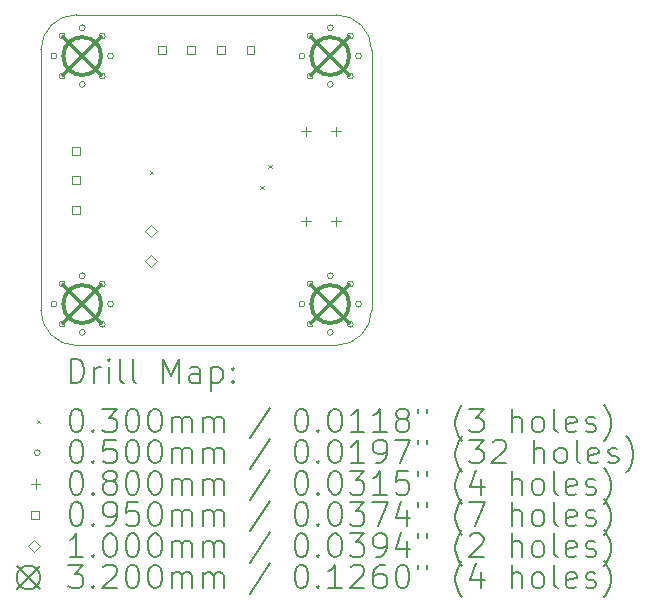
<source format=gbr>
%TF.GenerationSoftware,KiCad,Pcbnew,(6.0.8)*%
%TF.CreationDate,2023-04-18T11:51:28+02:00*%
%TF.ProjectId,ENCODER,454e434f-4445-4522-9e6b-696361645f70,1.0*%
%TF.SameCoordinates,Original*%
%TF.FileFunction,Drillmap*%
%TF.FilePolarity,Positive*%
%FSLAX45Y45*%
G04 Gerber Fmt 4.5, Leading zero omitted, Abs format (unit mm)*
G04 Created by KiCad (PCBNEW (6.0.8)) date 2023-04-18 11:51:28*
%MOMM*%
%LPD*%
G01*
G04 APERTURE LIST*
%ADD10C,0.100000*%
%ADD11C,0.200000*%
%ADD12C,0.030000*%
%ADD13C,0.050000*%
%ADD14C,0.080000*%
%ADD15C,0.095000*%
%ADD16C,0.320000*%
G04 APERTURE END LIST*
D10*
X11000000Y-10500000D02*
G75*
G03*
X11300000Y-10800000I300000J0D01*
G01*
X13500000Y-10800000D02*
G75*
G03*
X13800000Y-10500000I0J300000D01*
G01*
X11300000Y-8000000D02*
G75*
G03*
X11000000Y-8300000I0J-300000D01*
G01*
X13500000Y-8000000D02*
X11300000Y-8000000D01*
X13800000Y-8300000D02*
G75*
G03*
X13500000Y-8000000I-300000J0D01*
G01*
X13800000Y-10500000D02*
X13800000Y-8300000D01*
X11000000Y-8300000D02*
X11000000Y-10500000D01*
X11300000Y-10800000D02*
X13500000Y-10800000D01*
D11*
D12*
X11919720Y-9322000D02*
X11949720Y-9352000D01*
X11949720Y-9322000D02*
X11919720Y-9352000D01*
X12858100Y-9449000D02*
X12888100Y-9479000D01*
X12888100Y-9449000D02*
X12858100Y-9479000D01*
X12925000Y-9271200D02*
X12955000Y-9301200D01*
X12955000Y-9271200D02*
X12925000Y-9301200D01*
D13*
X11135000Y-8350000D02*
G75*
G03*
X11135000Y-8350000I-25000J0D01*
G01*
X11135000Y-10450000D02*
G75*
G03*
X11135000Y-10450000I-25000J0D01*
G01*
X11205294Y-8180294D02*
G75*
G03*
X11205294Y-8180294I-25000J0D01*
G01*
X11205294Y-8519706D02*
G75*
G03*
X11205294Y-8519706I-25000J0D01*
G01*
X11205294Y-10280294D02*
G75*
G03*
X11205294Y-10280294I-25000J0D01*
G01*
X11205294Y-10619706D02*
G75*
G03*
X11205294Y-10619706I-25000J0D01*
G01*
X11375000Y-8110000D02*
G75*
G03*
X11375000Y-8110000I-25000J0D01*
G01*
X11375000Y-8590000D02*
G75*
G03*
X11375000Y-8590000I-25000J0D01*
G01*
X11375000Y-10210000D02*
G75*
G03*
X11375000Y-10210000I-25000J0D01*
G01*
X11375000Y-10690000D02*
G75*
G03*
X11375000Y-10690000I-25000J0D01*
G01*
X11544706Y-8180294D02*
G75*
G03*
X11544706Y-8180294I-25000J0D01*
G01*
X11544706Y-8519706D02*
G75*
G03*
X11544706Y-8519706I-25000J0D01*
G01*
X11544706Y-10280294D02*
G75*
G03*
X11544706Y-10280294I-25000J0D01*
G01*
X11544706Y-10619706D02*
G75*
G03*
X11544706Y-10619706I-25000J0D01*
G01*
X11615000Y-8350000D02*
G75*
G03*
X11615000Y-8350000I-25000J0D01*
G01*
X11615000Y-10450000D02*
G75*
G03*
X11615000Y-10450000I-25000J0D01*
G01*
X13235000Y-8350000D02*
G75*
G03*
X13235000Y-8350000I-25000J0D01*
G01*
X13235000Y-10450000D02*
G75*
G03*
X13235000Y-10450000I-25000J0D01*
G01*
X13305294Y-8180294D02*
G75*
G03*
X13305294Y-8180294I-25000J0D01*
G01*
X13305294Y-8519706D02*
G75*
G03*
X13305294Y-8519706I-25000J0D01*
G01*
X13305294Y-10280294D02*
G75*
G03*
X13305294Y-10280294I-25000J0D01*
G01*
X13305294Y-10619706D02*
G75*
G03*
X13305294Y-10619706I-25000J0D01*
G01*
X13475000Y-8110000D02*
G75*
G03*
X13475000Y-8110000I-25000J0D01*
G01*
X13475000Y-8590000D02*
G75*
G03*
X13475000Y-8590000I-25000J0D01*
G01*
X13475000Y-10210000D02*
G75*
G03*
X13475000Y-10210000I-25000J0D01*
G01*
X13475000Y-10690000D02*
G75*
G03*
X13475000Y-10690000I-25000J0D01*
G01*
X13644706Y-8180294D02*
G75*
G03*
X13644706Y-8180294I-25000J0D01*
G01*
X13644706Y-8519706D02*
G75*
G03*
X13644706Y-8519706I-25000J0D01*
G01*
X13644706Y-10280294D02*
G75*
G03*
X13644706Y-10280294I-25000J0D01*
G01*
X13644706Y-10619706D02*
G75*
G03*
X13644706Y-10619706I-25000J0D01*
G01*
X13715000Y-8350000D02*
G75*
G03*
X13715000Y-8350000I-25000J0D01*
G01*
X13715000Y-10450000D02*
G75*
G03*
X13715000Y-10450000I-25000J0D01*
G01*
D14*
X13246000Y-8948000D02*
X13246000Y-9028000D01*
X13206000Y-8988000D02*
X13286000Y-8988000D01*
X13246000Y-9710000D02*
X13246000Y-9790000D01*
X13206000Y-9750000D02*
X13286000Y-9750000D01*
X13500000Y-8948000D02*
X13500000Y-9028000D01*
X13460000Y-8988000D02*
X13540000Y-8988000D01*
X13500000Y-9710000D02*
X13500000Y-9790000D01*
X13460000Y-9750000D02*
X13540000Y-9750000D01*
D15*
X11331088Y-9183588D02*
X11331088Y-9116412D01*
X11263912Y-9116412D01*
X11263912Y-9183588D01*
X11331088Y-9183588D01*
X11331088Y-9433588D02*
X11331088Y-9366412D01*
X11263912Y-9366412D01*
X11263912Y-9433588D01*
X11331088Y-9433588D01*
X11331088Y-9683588D02*
X11331088Y-9616412D01*
X11263912Y-9616412D01*
X11263912Y-9683588D01*
X11331088Y-9683588D01*
X12058588Y-8331088D02*
X12058588Y-8263912D01*
X11991412Y-8263912D01*
X11991412Y-8331088D01*
X12058588Y-8331088D01*
X12308588Y-8331088D02*
X12308588Y-8263912D01*
X12241412Y-8263912D01*
X12241412Y-8331088D01*
X12308588Y-8331088D01*
X12558588Y-8331088D02*
X12558588Y-8263912D01*
X12491412Y-8263912D01*
X12491412Y-8331088D01*
X12558588Y-8331088D01*
X12808588Y-8331088D02*
X12808588Y-8263912D01*
X12741412Y-8263912D01*
X12741412Y-8331088D01*
X12808588Y-8331088D01*
D10*
X11934720Y-9878800D02*
X11984720Y-9828800D01*
X11934720Y-9778800D01*
X11884720Y-9828800D01*
X11934720Y-9878800D01*
X11934720Y-10132800D02*
X11984720Y-10082800D01*
X11934720Y-10032800D01*
X11884720Y-10082800D01*
X11934720Y-10132800D01*
D16*
X11190000Y-8190000D02*
X11510000Y-8510000D01*
X11510000Y-8190000D02*
X11190000Y-8510000D01*
X11510000Y-8350000D02*
G75*
G03*
X11510000Y-8350000I-160000J0D01*
G01*
X11190000Y-10290000D02*
X11510000Y-10610000D01*
X11510000Y-10290000D02*
X11190000Y-10610000D01*
X11510000Y-10450000D02*
G75*
G03*
X11510000Y-10450000I-160000J0D01*
G01*
X13290000Y-8190000D02*
X13610000Y-8510000D01*
X13610000Y-8190000D02*
X13290000Y-8510000D01*
X13610000Y-8350000D02*
G75*
G03*
X13610000Y-8350000I-160000J0D01*
G01*
X13290000Y-10290000D02*
X13610000Y-10610000D01*
X13610000Y-10290000D02*
X13290000Y-10610000D01*
X13610000Y-10450000D02*
G75*
G03*
X13610000Y-10450000I-160000J0D01*
G01*
D11*
X11252619Y-11115476D02*
X11252619Y-10915476D01*
X11300238Y-10915476D01*
X11328809Y-10925000D01*
X11347857Y-10944048D01*
X11357381Y-10963095D01*
X11366905Y-11001190D01*
X11366905Y-11029762D01*
X11357381Y-11067857D01*
X11347857Y-11086905D01*
X11328809Y-11105952D01*
X11300238Y-11115476D01*
X11252619Y-11115476D01*
X11452619Y-11115476D02*
X11452619Y-10982143D01*
X11452619Y-11020238D02*
X11462143Y-11001190D01*
X11471667Y-10991667D01*
X11490714Y-10982143D01*
X11509762Y-10982143D01*
X11576428Y-11115476D02*
X11576428Y-10982143D01*
X11576428Y-10915476D02*
X11566905Y-10925000D01*
X11576428Y-10934524D01*
X11585952Y-10925000D01*
X11576428Y-10915476D01*
X11576428Y-10934524D01*
X11700238Y-11115476D02*
X11681190Y-11105952D01*
X11671667Y-11086905D01*
X11671667Y-10915476D01*
X11805000Y-11115476D02*
X11785952Y-11105952D01*
X11776428Y-11086905D01*
X11776428Y-10915476D01*
X12033571Y-11115476D02*
X12033571Y-10915476D01*
X12100238Y-11058333D01*
X12166905Y-10915476D01*
X12166905Y-11115476D01*
X12347857Y-11115476D02*
X12347857Y-11010714D01*
X12338333Y-10991667D01*
X12319286Y-10982143D01*
X12281190Y-10982143D01*
X12262143Y-10991667D01*
X12347857Y-11105952D02*
X12328809Y-11115476D01*
X12281190Y-11115476D01*
X12262143Y-11105952D01*
X12252619Y-11086905D01*
X12252619Y-11067857D01*
X12262143Y-11048810D01*
X12281190Y-11039286D01*
X12328809Y-11039286D01*
X12347857Y-11029762D01*
X12443095Y-10982143D02*
X12443095Y-11182143D01*
X12443095Y-10991667D02*
X12462143Y-10982143D01*
X12500238Y-10982143D01*
X12519286Y-10991667D01*
X12528809Y-11001190D01*
X12538333Y-11020238D01*
X12538333Y-11077381D01*
X12528809Y-11096429D01*
X12519286Y-11105952D01*
X12500238Y-11115476D01*
X12462143Y-11115476D01*
X12443095Y-11105952D01*
X12624048Y-11096429D02*
X12633571Y-11105952D01*
X12624048Y-11115476D01*
X12614524Y-11105952D01*
X12624048Y-11096429D01*
X12624048Y-11115476D01*
X12624048Y-10991667D02*
X12633571Y-11001190D01*
X12624048Y-11010714D01*
X12614524Y-11001190D01*
X12624048Y-10991667D01*
X12624048Y-11010714D01*
D12*
X10965000Y-11430000D02*
X10995000Y-11460000D01*
X10995000Y-11430000D02*
X10965000Y-11460000D01*
D11*
X11290714Y-11335476D02*
X11309762Y-11335476D01*
X11328809Y-11345000D01*
X11338333Y-11354524D01*
X11347857Y-11373571D01*
X11357381Y-11411667D01*
X11357381Y-11459286D01*
X11347857Y-11497381D01*
X11338333Y-11516428D01*
X11328809Y-11525952D01*
X11309762Y-11535476D01*
X11290714Y-11535476D01*
X11271667Y-11525952D01*
X11262143Y-11516428D01*
X11252619Y-11497381D01*
X11243095Y-11459286D01*
X11243095Y-11411667D01*
X11252619Y-11373571D01*
X11262143Y-11354524D01*
X11271667Y-11345000D01*
X11290714Y-11335476D01*
X11443095Y-11516428D02*
X11452619Y-11525952D01*
X11443095Y-11535476D01*
X11433571Y-11525952D01*
X11443095Y-11516428D01*
X11443095Y-11535476D01*
X11519286Y-11335476D02*
X11643095Y-11335476D01*
X11576428Y-11411667D01*
X11605000Y-11411667D01*
X11624048Y-11421190D01*
X11633571Y-11430714D01*
X11643095Y-11449762D01*
X11643095Y-11497381D01*
X11633571Y-11516428D01*
X11624048Y-11525952D01*
X11605000Y-11535476D01*
X11547857Y-11535476D01*
X11528809Y-11525952D01*
X11519286Y-11516428D01*
X11766905Y-11335476D02*
X11785952Y-11335476D01*
X11805000Y-11345000D01*
X11814524Y-11354524D01*
X11824048Y-11373571D01*
X11833571Y-11411667D01*
X11833571Y-11459286D01*
X11824048Y-11497381D01*
X11814524Y-11516428D01*
X11805000Y-11525952D01*
X11785952Y-11535476D01*
X11766905Y-11535476D01*
X11747857Y-11525952D01*
X11738333Y-11516428D01*
X11728809Y-11497381D01*
X11719286Y-11459286D01*
X11719286Y-11411667D01*
X11728809Y-11373571D01*
X11738333Y-11354524D01*
X11747857Y-11345000D01*
X11766905Y-11335476D01*
X11957381Y-11335476D02*
X11976428Y-11335476D01*
X11995476Y-11345000D01*
X12005000Y-11354524D01*
X12014524Y-11373571D01*
X12024048Y-11411667D01*
X12024048Y-11459286D01*
X12014524Y-11497381D01*
X12005000Y-11516428D01*
X11995476Y-11525952D01*
X11976428Y-11535476D01*
X11957381Y-11535476D01*
X11938333Y-11525952D01*
X11928809Y-11516428D01*
X11919286Y-11497381D01*
X11909762Y-11459286D01*
X11909762Y-11411667D01*
X11919286Y-11373571D01*
X11928809Y-11354524D01*
X11938333Y-11345000D01*
X11957381Y-11335476D01*
X12109762Y-11535476D02*
X12109762Y-11402143D01*
X12109762Y-11421190D02*
X12119286Y-11411667D01*
X12138333Y-11402143D01*
X12166905Y-11402143D01*
X12185952Y-11411667D01*
X12195476Y-11430714D01*
X12195476Y-11535476D01*
X12195476Y-11430714D02*
X12205000Y-11411667D01*
X12224048Y-11402143D01*
X12252619Y-11402143D01*
X12271667Y-11411667D01*
X12281190Y-11430714D01*
X12281190Y-11535476D01*
X12376428Y-11535476D02*
X12376428Y-11402143D01*
X12376428Y-11421190D02*
X12385952Y-11411667D01*
X12405000Y-11402143D01*
X12433571Y-11402143D01*
X12452619Y-11411667D01*
X12462143Y-11430714D01*
X12462143Y-11535476D01*
X12462143Y-11430714D02*
X12471667Y-11411667D01*
X12490714Y-11402143D01*
X12519286Y-11402143D01*
X12538333Y-11411667D01*
X12547857Y-11430714D01*
X12547857Y-11535476D01*
X12938333Y-11325952D02*
X12766905Y-11583095D01*
X13195476Y-11335476D02*
X13214524Y-11335476D01*
X13233571Y-11345000D01*
X13243095Y-11354524D01*
X13252619Y-11373571D01*
X13262143Y-11411667D01*
X13262143Y-11459286D01*
X13252619Y-11497381D01*
X13243095Y-11516428D01*
X13233571Y-11525952D01*
X13214524Y-11535476D01*
X13195476Y-11535476D01*
X13176428Y-11525952D01*
X13166905Y-11516428D01*
X13157381Y-11497381D01*
X13147857Y-11459286D01*
X13147857Y-11411667D01*
X13157381Y-11373571D01*
X13166905Y-11354524D01*
X13176428Y-11345000D01*
X13195476Y-11335476D01*
X13347857Y-11516428D02*
X13357381Y-11525952D01*
X13347857Y-11535476D01*
X13338333Y-11525952D01*
X13347857Y-11516428D01*
X13347857Y-11535476D01*
X13481190Y-11335476D02*
X13500238Y-11335476D01*
X13519286Y-11345000D01*
X13528809Y-11354524D01*
X13538333Y-11373571D01*
X13547857Y-11411667D01*
X13547857Y-11459286D01*
X13538333Y-11497381D01*
X13528809Y-11516428D01*
X13519286Y-11525952D01*
X13500238Y-11535476D01*
X13481190Y-11535476D01*
X13462143Y-11525952D01*
X13452619Y-11516428D01*
X13443095Y-11497381D01*
X13433571Y-11459286D01*
X13433571Y-11411667D01*
X13443095Y-11373571D01*
X13452619Y-11354524D01*
X13462143Y-11345000D01*
X13481190Y-11335476D01*
X13738333Y-11535476D02*
X13624048Y-11535476D01*
X13681190Y-11535476D02*
X13681190Y-11335476D01*
X13662143Y-11364048D01*
X13643095Y-11383095D01*
X13624048Y-11392619D01*
X13928809Y-11535476D02*
X13814524Y-11535476D01*
X13871667Y-11535476D02*
X13871667Y-11335476D01*
X13852619Y-11364048D01*
X13833571Y-11383095D01*
X13814524Y-11392619D01*
X14043095Y-11421190D02*
X14024048Y-11411667D01*
X14014524Y-11402143D01*
X14005000Y-11383095D01*
X14005000Y-11373571D01*
X14014524Y-11354524D01*
X14024048Y-11345000D01*
X14043095Y-11335476D01*
X14081190Y-11335476D01*
X14100238Y-11345000D01*
X14109762Y-11354524D01*
X14119286Y-11373571D01*
X14119286Y-11383095D01*
X14109762Y-11402143D01*
X14100238Y-11411667D01*
X14081190Y-11421190D01*
X14043095Y-11421190D01*
X14024048Y-11430714D01*
X14014524Y-11440238D01*
X14005000Y-11459286D01*
X14005000Y-11497381D01*
X14014524Y-11516428D01*
X14024048Y-11525952D01*
X14043095Y-11535476D01*
X14081190Y-11535476D01*
X14100238Y-11525952D01*
X14109762Y-11516428D01*
X14119286Y-11497381D01*
X14119286Y-11459286D01*
X14109762Y-11440238D01*
X14100238Y-11430714D01*
X14081190Y-11421190D01*
X14195476Y-11335476D02*
X14195476Y-11373571D01*
X14271667Y-11335476D02*
X14271667Y-11373571D01*
X14566905Y-11611667D02*
X14557381Y-11602143D01*
X14538333Y-11573571D01*
X14528809Y-11554524D01*
X14519286Y-11525952D01*
X14509762Y-11478333D01*
X14509762Y-11440238D01*
X14519286Y-11392619D01*
X14528809Y-11364048D01*
X14538333Y-11345000D01*
X14557381Y-11316428D01*
X14566905Y-11306905D01*
X14624048Y-11335476D02*
X14747857Y-11335476D01*
X14681190Y-11411667D01*
X14709762Y-11411667D01*
X14728809Y-11421190D01*
X14738333Y-11430714D01*
X14747857Y-11449762D01*
X14747857Y-11497381D01*
X14738333Y-11516428D01*
X14728809Y-11525952D01*
X14709762Y-11535476D01*
X14652619Y-11535476D01*
X14633571Y-11525952D01*
X14624048Y-11516428D01*
X14985952Y-11535476D02*
X14985952Y-11335476D01*
X15071667Y-11535476D02*
X15071667Y-11430714D01*
X15062143Y-11411667D01*
X15043095Y-11402143D01*
X15014524Y-11402143D01*
X14995476Y-11411667D01*
X14985952Y-11421190D01*
X15195476Y-11535476D02*
X15176428Y-11525952D01*
X15166905Y-11516428D01*
X15157381Y-11497381D01*
X15157381Y-11440238D01*
X15166905Y-11421190D01*
X15176428Y-11411667D01*
X15195476Y-11402143D01*
X15224048Y-11402143D01*
X15243095Y-11411667D01*
X15252619Y-11421190D01*
X15262143Y-11440238D01*
X15262143Y-11497381D01*
X15252619Y-11516428D01*
X15243095Y-11525952D01*
X15224048Y-11535476D01*
X15195476Y-11535476D01*
X15376428Y-11535476D02*
X15357381Y-11525952D01*
X15347857Y-11506905D01*
X15347857Y-11335476D01*
X15528809Y-11525952D02*
X15509762Y-11535476D01*
X15471667Y-11535476D01*
X15452619Y-11525952D01*
X15443095Y-11506905D01*
X15443095Y-11430714D01*
X15452619Y-11411667D01*
X15471667Y-11402143D01*
X15509762Y-11402143D01*
X15528809Y-11411667D01*
X15538333Y-11430714D01*
X15538333Y-11449762D01*
X15443095Y-11468809D01*
X15614524Y-11525952D02*
X15633571Y-11535476D01*
X15671667Y-11535476D01*
X15690714Y-11525952D01*
X15700238Y-11506905D01*
X15700238Y-11497381D01*
X15690714Y-11478333D01*
X15671667Y-11468809D01*
X15643095Y-11468809D01*
X15624048Y-11459286D01*
X15614524Y-11440238D01*
X15614524Y-11430714D01*
X15624048Y-11411667D01*
X15643095Y-11402143D01*
X15671667Y-11402143D01*
X15690714Y-11411667D01*
X15766905Y-11611667D02*
X15776428Y-11602143D01*
X15795476Y-11573571D01*
X15805000Y-11554524D01*
X15814524Y-11525952D01*
X15824048Y-11478333D01*
X15824048Y-11440238D01*
X15814524Y-11392619D01*
X15805000Y-11364048D01*
X15795476Y-11345000D01*
X15776428Y-11316428D01*
X15766905Y-11306905D01*
D13*
X10995000Y-11709000D02*
G75*
G03*
X10995000Y-11709000I-25000J0D01*
G01*
D11*
X11290714Y-11599476D02*
X11309762Y-11599476D01*
X11328809Y-11609000D01*
X11338333Y-11618524D01*
X11347857Y-11637571D01*
X11357381Y-11675667D01*
X11357381Y-11723286D01*
X11347857Y-11761381D01*
X11338333Y-11780428D01*
X11328809Y-11789952D01*
X11309762Y-11799476D01*
X11290714Y-11799476D01*
X11271667Y-11789952D01*
X11262143Y-11780428D01*
X11252619Y-11761381D01*
X11243095Y-11723286D01*
X11243095Y-11675667D01*
X11252619Y-11637571D01*
X11262143Y-11618524D01*
X11271667Y-11609000D01*
X11290714Y-11599476D01*
X11443095Y-11780428D02*
X11452619Y-11789952D01*
X11443095Y-11799476D01*
X11433571Y-11789952D01*
X11443095Y-11780428D01*
X11443095Y-11799476D01*
X11633571Y-11599476D02*
X11538333Y-11599476D01*
X11528809Y-11694714D01*
X11538333Y-11685190D01*
X11557381Y-11675667D01*
X11605000Y-11675667D01*
X11624048Y-11685190D01*
X11633571Y-11694714D01*
X11643095Y-11713762D01*
X11643095Y-11761381D01*
X11633571Y-11780428D01*
X11624048Y-11789952D01*
X11605000Y-11799476D01*
X11557381Y-11799476D01*
X11538333Y-11789952D01*
X11528809Y-11780428D01*
X11766905Y-11599476D02*
X11785952Y-11599476D01*
X11805000Y-11609000D01*
X11814524Y-11618524D01*
X11824048Y-11637571D01*
X11833571Y-11675667D01*
X11833571Y-11723286D01*
X11824048Y-11761381D01*
X11814524Y-11780428D01*
X11805000Y-11789952D01*
X11785952Y-11799476D01*
X11766905Y-11799476D01*
X11747857Y-11789952D01*
X11738333Y-11780428D01*
X11728809Y-11761381D01*
X11719286Y-11723286D01*
X11719286Y-11675667D01*
X11728809Y-11637571D01*
X11738333Y-11618524D01*
X11747857Y-11609000D01*
X11766905Y-11599476D01*
X11957381Y-11599476D02*
X11976428Y-11599476D01*
X11995476Y-11609000D01*
X12005000Y-11618524D01*
X12014524Y-11637571D01*
X12024048Y-11675667D01*
X12024048Y-11723286D01*
X12014524Y-11761381D01*
X12005000Y-11780428D01*
X11995476Y-11789952D01*
X11976428Y-11799476D01*
X11957381Y-11799476D01*
X11938333Y-11789952D01*
X11928809Y-11780428D01*
X11919286Y-11761381D01*
X11909762Y-11723286D01*
X11909762Y-11675667D01*
X11919286Y-11637571D01*
X11928809Y-11618524D01*
X11938333Y-11609000D01*
X11957381Y-11599476D01*
X12109762Y-11799476D02*
X12109762Y-11666143D01*
X12109762Y-11685190D02*
X12119286Y-11675667D01*
X12138333Y-11666143D01*
X12166905Y-11666143D01*
X12185952Y-11675667D01*
X12195476Y-11694714D01*
X12195476Y-11799476D01*
X12195476Y-11694714D02*
X12205000Y-11675667D01*
X12224048Y-11666143D01*
X12252619Y-11666143D01*
X12271667Y-11675667D01*
X12281190Y-11694714D01*
X12281190Y-11799476D01*
X12376428Y-11799476D02*
X12376428Y-11666143D01*
X12376428Y-11685190D02*
X12385952Y-11675667D01*
X12405000Y-11666143D01*
X12433571Y-11666143D01*
X12452619Y-11675667D01*
X12462143Y-11694714D01*
X12462143Y-11799476D01*
X12462143Y-11694714D02*
X12471667Y-11675667D01*
X12490714Y-11666143D01*
X12519286Y-11666143D01*
X12538333Y-11675667D01*
X12547857Y-11694714D01*
X12547857Y-11799476D01*
X12938333Y-11589952D02*
X12766905Y-11847095D01*
X13195476Y-11599476D02*
X13214524Y-11599476D01*
X13233571Y-11609000D01*
X13243095Y-11618524D01*
X13252619Y-11637571D01*
X13262143Y-11675667D01*
X13262143Y-11723286D01*
X13252619Y-11761381D01*
X13243095Y-11780428D01*
X13233571Y-11789952D01*
X13214524Y-11799476D01*
X13195476Y-11799476D01*
X13176428Y-11789952D01*
X13166905Y-11780428D01*
X13157381Y-11761381D01*
X13147857Y-11723286D01*
X13147857Y-11675667D01*
X13157381Y-11637571D01*
X13166905Y-11618524D01*
X13176428Y-11609000D01*
X13195476Y-11599476D01*
X13347857Y-11780428D02*
X13357381Y-11789952D01*
X13347857Y-11799476D01*
X13338333Y-11789952D01*
X13347857Y-11780428D01*
X13347857Y-11799476D01*
X13481190Y-11599476D02*
X13500238Y-11599476D01*
X13519286Y-11609000D01*
X13528809Y-11618524D01*
X13538333Y-11637571D01*
X13547857Y-11675667D01*
X13547857Y-11723286D01*
X13538333Y-11761381D01*
X13528809Y-11780428D01*
X13519286Y-11789952D01*
X13500238Y-11799476D01*
X13481190Y-11799476D01*
X13462143Y-11789952D01*
X13452619Y-11780428D01*
X13443095Y-11761381D01*
X13433571Y-11723286D01*
X13433571Y-11675667D01*
X13443095Y-11637571D01*
X13452619Y-11618524D01*
X13462143Y-11609000D01*
X13481190Y-11599476D01*
X13738333Y-11799476D02*
X13624048Y-11799476D01*
X13681190Y-11799476D02*
X13681190Y-11599476D01*
X13662143Y-11628048D01*
X13643095Y-11647095D01*
X13624048Y-11656619D01*
X13833571Y-11799476D02*
X13871667Y-11799476D01*
X13890714Y-11789952D01*
X13900238Y-11780428D01*
X13919286Y-11751857D01*
X13928809Y-11713762D01*
X13928809Y-11637571D01*
X13919286Y-11618524D01*
X13909762Y-11609000D01*
X13890714Y-11599476D01*
X13852619Y-11599476D01*
X13833571Y-11609000D01*
X13824048Y-11618524D01*
X13814524Y-11637571D01*
X13814524Y-11685190D01*
X13824048Y-11704238D01*
X13833571Y-11713762D01*
X13852619Y-11723286D01*
X13890714Y-11723286D01*
X13909762Y-11713762D01*
X13919286Y-11704238D01*
X13928809Y-11685190D01*
X13995476Y-11599476D02*
X14128809Y-11599476D01*
X14043095Y-11799476D01*
X14195476Y-11599476D02*
X14195476Y-11637571D01*
X14271667Y-11599476D02*
X14271667Y-11637571D01*
X14566905Y-11875667D02*
X14557381Y-11866143D01*
X14538333Y-11837571D01*
X14528809Y-11818524D01*
X14519286Y-11789952D01*
X14509762Y-11742333D01*
X14509762Y-11704238D01*
X14519286Y-11656619D01*
X14528809Y-11628048D01*
X14538333Y-11609000D01*
X14557381Y-11580428D01*
X14566905Y-11570905D01*
X14624048Y-11599476D02*
X14747857Y-11599476D01*
X14681190Y-11675667D01*
X14709762Y-11675667D01*
X14728809Y-11685190D01*
X14738333Y-11694714D01*
X14747857Y-11713762D01*
X14747857Y-11761381D01*
X14738333Y-11780428D01*
X14728809Y-11789952D01*
X14709762Y-11799476D01*
X14652619Y-11799476D01*
X14633571Y-11789952D01*
X14624048Y-11780428D01*
X14824048Y-11618524D02*
X14833571Y-11609000D01*
X14852619Y-11599476D01*
X14900238Y-11599476D01*
X14919286Y-11609000D01*
X14928809Y-11618524D01*
X14938333Y-11637571D01*
X14938333Y-11656619D01*
X14928809Y-11685190D01*
X14814524Y-11799476D01*
X14938333Y-11799476D01*
X15176428Y-11799476D02*
X15176428Y-11599476D01*
X15262143Y-11799476D02*
X15262143Y-11694714D01*
X15252619Y-11675667D01*
X15233571Y-11666143D01*
X15205000Y-11666143D01*
X15185952Y-11675667D01*
X15176428Y-11685190D01*
X15385952Y-11799476D02*
X15366905Y-11789952D01*
X15357381Y-11780428D01*
X15347857Y-11761381D01*
X15347857Y-11704238D01*
X15357381Y-11685190D01*
X15366905Y-11675667D01*
X15385952Y-11666143D01*
X15414524Y-11666143D01*
X15433571Y-11675667D01*
X15443095Y-11685190D01*
X15452619Y-11704238D01*
X15452619Y-11761381D01*
X15443095Y-11780428D01*
X15433571Y-11789952D01*
X15414524Y-11799476D01*
X15385952Y-11799476D01*
X15566905Y-11799476D02*
X15547857Y-11789952D01*
X15538333Y-11770905D01*
X15538333Y-11599476D01*
X15719286Y-11789952D02*
X15700238Y-11799476D01*
X15662143Y-11799476D01*
X15643095Y-11789952D01*
X15633571Y-11770905D01*
X15633571Y-11694714D01*
X15643095Y-11675667D01*
X15662143Y-11666143D01*
X15700238Y-11666143D01*
X15719286Y-11675667D01*
X15728809Y-11694714D01*
X15728809Y-11713762D01*
X15633571Y-11732809D01*
X15805000Y-11789952D02*
X15824048Y-11799476D01*
X15862143Y-11799476D01*
X15881190Y-11789952D01*
X15890714Y-11770905D01*
X15890714Y-11761381D01*
X15881190Y-11742333D01*
X15862143Y-11732809D01*
X15833571Y-11732809D01*
X15814524Y-11723286D01*
X15805000Y-11704238D01*
X15805000Y-11694714D01*
X15814524Y-11675667D01*
X15833571Y-11666143D01*
X15862143Y-11666143D01*
X15881190Y-11675667D01*
X15957381Y-11875667D02*
X15966905Y-11866143D01*
X15985952Y-11837571D01*
X15995476Y-11818524D01*
X16005000Y-11789952D01*
X16014524Y-11742333D01*
X16014524Y-11704238D01*
X16005000Y-11656619D01*
X15995476Y-11628048D01*
X15985952Y-11609000D01*
X15966905Y-11580428D01*
X15957381Y-11570905D01*
D14*
X10955000Y-11933000D02*
X10955000Y-12013000D01*
X10915000Y-11973000D02*
X10995000Y-11973000D01*
D11*
X11290714Y-11863476D02*
X11309762Y-11863476D01*
X11328809Y-11873000D01*
X11338333Y-11882524D01*
X11347857Y-11901571D01*
X11357381Y-11939667D01*
X11357381Y-11987286D01*
X11347857Y-12025381D01*
X11338333Y-12044428D01*
X11328809Y-12053952D01*
X11309762Y-12063476D01*
X11290714Y-12063476D01*
X11271667Y-12053952D01*
X11262143Y-12044428D01*
X11252619Y-12025381D01*
X11243095Y-11987286D01*
X11243095Y-11939667D01*
X11252619Y-11901571D01*
X11262143Y-11882524D01*
X11271667Y-11873000D01*
X11290714Y-11863476D01*
X11443095Y-12044428D02*
X11452619Y-12053952D01*
X11443095Y-12063476D01*
X11433571Y-12053952D01*
X11443095Y-12044428D01*
X11443095Y-12063476D01*
X11566905Y-11949190D02*
X11547857Y-11939667D01*
X11538333Y-11930143D01*
X11528809Y-11911095D01*
X11528809Y-11901571D01*
X11538333Y-11882524D01*
X11547857Y-11873000D01*
X11566905Y-11863476D01*
X11605000Y-11863476D01*
X11624048Y-11873000D01*
X11633571Y-11882524D01*
X11643095Y-11901571D01*
X11643095Y-11911095D01*
X11633571Y-11930143D01*
X11624048Y-11939667D01*
X11605000Y-11949190D01*
X11566905Y-11949190D01*
X11547857Y-11958714D01*
X11538333Y-11968238D01*
X11528809Y-11987286D01*
X11528809Y-12025381D01*
X11538333Y-12044428D01*
X11547857Y-12053952D01*
X11566905Y-12063476D01*
X11605000Y-12063476D01*
X11624048Y-12053952D01*
X11633571Y-12044428D01*
X11643095Y-12025381D01*
X11643095Y-11987286D01*
X11633571Y-11968238D01*
X11624048Y-11958714D01*
X11605000Y-11949190D01*
X11766905Y-11863476D02*
X11785952Y-11863476D01*
X11805000Y-11873000D01*
X11814524Y-11882524D01*
X11824048Y-11901571D01*
X11833571Y-11939667D01*
X11833571Y-11987286D01*
X11824048Y-12025381D01*
X11814524Y-12044428D01*
X11805000Y-12053952D01*
X11785952Y-12063476D01*
X11766905Y-12063476D01*
X11747857Y-12053952D01*
X11738333Y-12044428D01*
X11728809Y-12025381D01*
X11719286Y-11987286D01*
X11719286Y-11939667D01*
X11728809Y-11901571D01*
X11738333Y-11882524D01*
X11747857Y-11873000D01*
X11766905Y-11863476D01*
X11957381Y-11863476D02*
X11976428Y-11863476D01*
X11995476Y-11873000D01*
X12005000Y-11882524D01*
X12014524Y-11901571D01*
X12024048Y-11939667D01*
X12024048Y-11987286D01*
X12014524Y-12025381D01*
X12005000Y-12044428D01*
X11995476Y-12053952D01*
X11976428Y-12063476D01*
X11957381Y-12063476D01*
X11938333Y-12053952D01*
X11928809Y-12044428D01*
X11919286Y-12025381D01*
X11909762Y-11987286D01*
X11909762Y-11939667D01*
X11919286Y-11901571D01*
X11928809Y-11882524D01*
X11938333Y-11873000D01*
X11957381Y-11863476D01*
X12109762Y-12063476D02*
X12109762Y-11930143D01*
X12109762Y-11949190D02*
X12119286Y-11939667D01*
X12138333Y-11930143D01*
X12166905Y-11930143D01*
X12185952Y-11939667D01*
X12195476Y-11958714D01*
X12195476Y-12063476D01*
X12195476Y-11958714D02*
X12205000Y-11939667D01*
X12224048Y-11930143D01*
X12252619Y-11930143D01*
X12271667Y-11939667D01*
X12281190Y-11958714D01*
X12281190Y-12063476D01*
X12376428Y-12063476D02*
X12376428Y-11930143D01*
X12376428Y-11949190D02*
X12385952Y-11939667D01*
X12405000Y-11930143D01*
X12433571Y-11930143D01*
X12452619Y-11939667D01*
X12462143Y-11958714D01*
X12462143Y-12063476D01*
X12462143Y-11958714D02*
X12471667Y-11939667D01*
X12490714Y-11930143D01*
X12519286Y-11930143D01*
X12538333Y-11939667D01*
X12547857Y-11958714D01*
X12547857Y-12063476D01*
X12938333Y-11853952D02*
X12766905Y-12111095D01*
X13195476Y-11863476D02*
X13214524Y-11863476D01*
X13233571Y-11873000D01*
X13243095Y-11882524D01*
X13252619Y-11901571D01*
X13262143Y-11939667D01*
X13262143Y-11987286D01*
X13252619Y-12025381D01*
X13243095Y-12044428D01*
X13233571Y-12053952D01*
X13214524Y-12063476D01*
X13195476Y-12063476D01*
X13176428Y-12053952D01*
X13166905Y-12044428D01*
X13157381Y-12025381D01*
X13147857Y-11987286D01*
X13147857Y-11939667D01*
X13157381Y-11901571D01*
X13166905Y-11882524D01*
X13176428Y-11873000D01*
X13195476Y-11863476D01*
X13347857Y-12044428D02*
X13357381Y-12053952D01*
X13347857Y-12063476D01*
X13338333Y-12053952D01*
X13347857Y-12044428D01*
X13347857Y-12063476D01*
X13481190Y-11863476D02*
X13500238Y-11863476D01*
X13519286Y-11873000D01*
X13528809Y-11882524D01*
X13538333Y-11901571D01*
X13547857Y-11939667D01*
X13547857Y-11987286D01*
X13538333Y-12025381D01*
X13528809Y-12044428D01*
X13519286Y-12053952D01*
X13500238Y-12063476D01*
X13481190Y-12063476D01*
X13462143Y-12053952D01*
X13452619Y-12044428D01*
X13443095Y-12025381D01*
X13433571Y-11987286D01*
X13433571Y-11939667D01*
X13443095Y-11901571D01*
X13452619Y-11882524D01*
X13462143Y-11873000D01*
X13481190Y-11863476D01*
X13614524Y-11863476D02*
X13738333Y-11863476D01*
X13671667Y-11939667D01*
X13700238Y-11939667D01*
X13719286Y-11949190D01*
X13728809Y-11958714D01*
X13738333Y-11977762D01*
X13738333Y-12025381D01*
X13728809Y-12044428D01*
X13719286Y-12053952D01*
X13700238Y-12063476D01*
X13643095Y-12063476D01*
X13624048Y-12053952D01*
X13614524Y-12044428D01*
X13928809Y-12063476D02*
X13814524Y-12063476D01*
X13871667Y-12063476D02*
X13871667Y-11863476D01*
X13852619Y-11892048D01*
X13833571Y-11911095D01*
X13814524Y-11920619D01*
X14109762Y-11863476D02*
X14014524Y-11863476D01*
X14005000Y-11958714D01*
X14014524Y-11949190D01*
X14033571Y-11939667D01*
X14081190Y-11939667D01*
X14100238Y-11949190D01*
X14109762Y-11958714D01*
X14119286Y-11977762D01*
X14119286Y-12025381D01*
X14109762Y-12044428D01*
X14100238Y-12053952D01*
X14081190Y-12063476D01*
X14033571Y-12063476D01*
X14014524Y-12053952D01*
X14005000Y-12044428D01*
X14195476Y-11863476D02*
X14195476Y-11901571D01*
X14271667Y-11863476D02*
X14271667Y-11901571D01*
X14566905Y-12139667D02*
X14557381Y-12130143D01*
X14538333Y-12101571D01*
X14528809Y-12082524D01*
X14519286Y-12053952D01*
X14509762Y-12006333D01*
X14509762Y-11968238D01*
X14519286Y-11920619D01*
X14528809Y-11892048D01*
X14538333Y-11873000D01*
X14557381Y-11844428D01*
X14566905Y-11834905D01*
X14728809Y-11930143D02*
X14728809Y-12063476D01*
X14681190Y-11853952D02*
X14633571Y-11996809D01*
X14757381Y-11996809D01*
X14985952Y-12063476D02*
X14985952Y-11863476D01*
X15071667Y-12063476D02*
X15071667Y-11958714D01*
X15062143Y-11939667D01*
X15043095Y-11930143D01*
X15014524Y-11930143D01*
X14995476Y-11939667D01*
X14985952Y-11949190D01*
X15195476Y-12063476D02*
X15176428Y-12053952D01*
X15166905Y-12044428D01*
X15157381Y-12025381D01*
X15157381Y-11968238D01*
X15166905Y-11949190D01*
X15176428Y-11939667D01*
X15195476Y-11930143D01*
X15224048Y-11930143D01*
X15243095Y-11939667D01*
X15252619Y-11949190D01*
X15262143Y-11968238D01*
X15262143Y-12025381D01*
X15252619Y-12044428D01*
X15243095Y-12053952D01*
X15224048Y-12063476D01*
X15195476Y-12063476D01*
X15376428Y-12063476D02*
X15357381Y-12053952D01*
X15347857Y-12034905D01*
X15347857Y-11863476D01*
X15528809Y-12053952D02*
X15509762Y-12063476D01*
X15471667Y-12063476D01*
X15452619Y-12053952D01*
X15443095Y-12034905D01*
X15443095Y-11958714D01*
X15452619Y-11939667D01*
X15471667Y-11930143D01*
X15509762Y-11930143D01*
X15528809Y-11939667D01*
X15538333Y-11958714D01*
X15538333Y-11977762D01*
X15443095Y-11996809D01*
X15614524Y-12053952D02*
X15633571Y-12063476D01*
X15671667Y-12063476D01*
X15690714Y-12053952D01*
X15700238Y-12034905D01*
X15700238Y-12025381D01*
X15690714Y-12006333D01*
X15671667Y-11996809D01*
X15643095Y-11996809D01*
X15624048Y-11987286D01*
X15614524Y-11968238D01*
X15614524Y-11958714D01*
X15624048Y-11939667D01*
X15643095Y-11930143D01*
X15671667Y-11930143D01*
X15690714Y-11939667D01*
X15766905Y-12139667D02*
X15776428Y-12130143D01*
X15795476Y-12101571D01*
X15805000Y-12082524D01*
X15814524Y-12053952D01*
X15824048Y-12006333D01*
X15824048Y-11968238D01*
X15814524Y-11920619D01*
X15805000Y-11892048D01*
X15795476Y-11873000D01*
X15776428Y-11844428D01*
X15766905Y-11834905D01*
D15*
X10981088Y-12270588D02*
X10981088Y-12203412D01*
X10913912Y-12203412D01*
X10913912Y-12270588D01*
X10981088Y-12270588D01*
D11*
X11290714Y-12127476D02*
X11309762Y-12127476D01*
X11328809Y-12137000D01*
X11338333Y-12146524D01*
X11347857Y-12165571D01*
X11357381Y-12203667D01*
X11357381Y-12251286D01*
X11347857Y-12289381D01*
X11338333Y-12308428D01*
X11328809Y-12317952D01*
X11309762Y-12327476D01*
X11290714Y-12327476D01*
X11271667Y-12317952D01*
X11262143Y-12308428D01*
X11252619Y-12289381D01*
X11243095Y-12251286D01*
X11243095Y-12203667D01*
X11252619Y-12165571D01*
X11262143Y-12146524D01*
X11271667Y-12137000D01*
X11290714Y-12127476D01*
X11443095Y-12308428D02*
X11452619Y-12317952D01*
X11443095Y-12327476D01*
X11433571Y-12317952D01*
X11443095Y-12308428D01*
X11443095Y-12327476D01*
X11547857Y-12327476D02*
X11585952Y-12327476D01*
X11605000Y-12317952D01*
X11614524Y-12308428D01*
X11633571Y-12279857D01*
X11643095Y-12241762D01*
X11643095Y-12165571D01*
X11633571Y-12146524D01*
X11624048Y-12137000D01*
X11605000Y-12127476D01*
X11566905Y-12127476D01*
X11547857Y-12137000D01*
X11538333Y-12146524D01*
X11528809Y-12165571D01*
X11528809Y-12213190D01*
X11538333Y-12232238D01*
X11547857Y-12241762D01*
X11566905Y-12251286D01*
X11605000Y-12251286D01*
X11624048Y-12241762D01*
X11633571Y-12232238D01*
X11643095Y-12213190D01*
X11824048Y-12127476D02*
X11728809Y-12127476D01*
X11719286Y-12222714D01*
X11728809Y-12213190D01*
X11747857Y-12203667D01*
X11795476Y-12203667D01*
X11814524Y-12213190D01*
X11824048Y-12222714D01*
X11833571Y-12241762D01*
X11833571Y-12289381D01*
X11824048Y-12308428D01*
X11814524Y-12317952D01*
X11795476Y-12327476D01*
X11747857Y-12327476D01*
X11728809Y-12317952D01*
X11719286Y-12308428D01*
X11957381Y-12127476D02*
X11976428Y-12127476D01*
X11995476Y-12137000D01*
X12005000Y-12146524D01*
X12014524Y-12165571D01*
X12024048Y-12203667D01*
X12024048Y-12251286D01*
X12014524Y-12289381D01*
X12005000Y-12308428D01*
X11995476Y-12317952D01*
X11976428Y-12327476D01*
X11957381Y-12327476D01*
X11938333Y-12317952D01*
X11928809Y-12308428D01*
X11919286Y-12289381D01*
X11909762Y-12251286D01*
X11909762Y-12203667D01*
X11919286Y-12165571D01*
X11928809Y-12146524D01*
X11938333Y-12137000D01*
X11957381Y-12127476D01*
X12109762Y-12327476D02*
X12109762Y-12194143D01*
X12109762Y-12213190D02*
X12119286Y-12203667D01*
X12138333Y-12194143D01*
X12166905Y-12194143D01*
X12185952Y-12203667D01*
X12195476Y-12222714D01*
X12195476Y-12327476D01*
X12195476Y-12222714D02*
X12205000Y-12203667D01*
X12224048Y-12194143D01*
X12252619Y-12194143D01*
X12271667Y-12203667D01*
X12281190Y-12222714D01*
X12281190Y-12327476D01*
X12376428Y-12327476D02*
X12376428Y-12194143D01*
X12376428Y-12213190D02*
X12385952Y-12203667D01*
X12405000Y-12194143D01*
X12433571Y-12194143D01*
X12452619Y-12203667D01*
X12462143Y-12222714D01*
X12462143Y-12327476D01*
X12462143Y-12222714D02*
X12471667Y-12203667D01*
X12490714Y-12194143D01*
X12519286Y-12194143D01*
X12538333Y-12203667D01*
X12547857Y-12222714D01*
X12547857Y-12327476D01*
X12938333Y-12117952D02*
X12766905Y-12375095D01*
X13195476Y-12127476D02*
X13214524Y-12127476D01*
X13233571Y-12137000D01*
X13243095Y-12146524D01*
X13252619Y-12165571D01*
X13262143Y-12203667D01*
X13262143Y-12251286D01*
X13252619Y-12289381D01*
X13243095Y-12308428D01*
X13233571Y-12317952D01*
X13214524Y-12327476D01*
X13195476Y-12327476D01*
X13176428Y-12317952D01*
X13166905Y-12308428D01*
X13157381Y-12289381D01*
X13147857Y-12251286D01*
X13147857Y-12203667D01*
X13157381Y-12165571D01*
X13166905Y-12146524D01*
X13176428Y-12137000D01*
X13195476Y-12127476D01*
X13347857Y-12308428D02*
X13357381Y-12317952D01*
X13347857Y-12327476D01*
X13338333Y-12317952D01*
X13347857Y-12308428D01*
X13347857Y-12327476D01*
X13481190Y-12127476D02*
X13500238Y-12127476D01*
X13519286Y-12137000D01*
X13528809Y-12146524D01*
X13538333Y-12165571D01*
X13547857Y-12203667D01*
X13547857Y-12251286D01*
X13538333Y-12289381D01*
X13528809Y-12308428D01*
X13519286Y-12317952D01*
X13500238Y-12327476D01*
X13481190Y-12327476D01*
X13462143Y-12317952D01*
X13452619Y-12308428D01*
X13443095Y-12289381D01*
X13433571Y-12251286D01*
X13433571Y-12203667D01*
X13443095Y-12165571D01*
X13452619Y-12146524D01*
X13462143Y-12137000D01*
X13481190Y-12127476D01*
X13614524Y-12127476D02*
X13738333Y-12127476D01*
X13671667Y-12203667D01*
X13700238Y-12203667D01*
X13719286Y-12213190D01*
X13728809Y-12222714D01*
X13738333Y-12241762D01*
X13738333Y-12289381D01*
X13728809Y-12308428D01*
X13719286Y-12317952D01*
X13700238Y-12327476D01*
X13643095Y-12327476D01*
X13624048Y-12317952D01*
X13614524Y-12308428D01*
X13805000Y-12127476D02*
X13938333Y-12127476D01*
X13852619Y-12327476D01*
X14100238Y-12194143D02*
X14100238Y-12327476D01*
X14052619Y-12117952D02*
X14005000Y-12260809D01*
X14128809Y-12260809D01*
X14195476Y-12127476D02*
X14195476Y-12165571D01*
X14271667Y-12127476D02*
X14271667Y-12165571D01*
X14566905Y-12403667D02*
X14557381Y-12394143D01*
X14538333Y-12365571D01*
X14528809Y-12346524D01*
X14519286Y-12317952D01*
X14509762Y-12270333D01*
X14509762Y-12232238D01*
X14519286Y-12184619D01*
X14528809Y-12156048D01*
X14538333Y-12137000D01*
X14557381Y-12108428D01*
X14566905Y-12098905D01*
X14624048Y-12127476D02*
X14757381Y-12127476D01*
X14671667Y-12327476D01*
X14985952Y-12327476D02*
X14985952Y-12127476D01*
X15071667Y-12327476D02*
X15071667Y-12222714D01*
X15062143Y-12203667D01*
X15043095Y-12194143D01*
X15014524Y-12194143D01*
X14995476Y-12203667D01*
X14985952Y-12213190D01*
X15195476Y-12327476D02*
X15176428Y-12317952D01*
X15166905Y-12308428D01*
X15157381Y-12289381D01*
X15157381Y-12232238D01*
X15166905Y-12213190D01*
X15176428Y-12203667D01*
X15195476Y-12194143D01*
X15224048Y-12194143D01*
X15243095Y-12203667D01*
X15252619Y-12213190D01*
X15262143Y-12232238D01*
X15262143Y-12289381D01*
X15252619Y-12308428D01*
X15243095Y-12317952D01*
X15224048Y-12327476D01*
X15195476Y-12327476D01*
X15376428Y-12327476D02*
X15357381Y-12317952D01*
X15347857Y-12298905D01*
X15347857Y-12127476D01*
X15528809Y-12317952D02*
X15509762Y-12327476D01*
X15471667Y-12327476D01*
X15452619Y-12317952D01*
X15443095Y-12298905D01*
X15443095Y-12222714D01*
X15452619Y-12203667D01*
X15471667Y-12194143D01*
X15509762Y-12194143D01*
X15528809Y-12203667D01*
X15538333Y-12222714D01*
X15538333Y-12241762D01*
X15443095Y-12260809D01*
X15614524Y-12317952D02*
X15633571Y-12327476D01*
X15671667Y-12327476D01*
X15690714Y-12317952D01*
X15700238Y-12298905D01*
X15700238Y-12289381D01*
X15690714Y-12270333D01*
X15671667Y-12260809D01*
X15643095Y-12260809D01*
X15624048Y-12251286D01*
X15614524Y-12232238D01*
X15614524Y-12222714D01*
X15624048Y-12203667D01*
X15643095Y-12194143D01*
X15671667Y-12194143D01*
X15690714Y-12203667D01*
X15766905Y-12403667D02*
X15776428Y-12394143D01*
X15795476Y-12365571D01*
X15805000Y-12346524D01*
X15814524Y-12317952D01*
X15824048Y-12270333D01*
X15824048Y-12232238D01*
X15814524Y-12184619D01*
X15805000Y-12156048D01*
X15795476Y-12137000D01*
X15776428Y-12108428D01*
X15766905Y-12098905D01*
D10*
X10945000Y-12551000D02*
X10995000Y-12501000D01*
X10945000Y-12451000D01*
X10895000Y-12501000D01*
X10945000Y-12551000D01*
D11*
X11357381Y-12591476D02*
X11243095Y-12591476D01*
X11300238Y-12591476D02*
X11300238Y-12391476D01*
X11281190Y-12420048D01*
X11262143Y-12439095D01*
X11243095Y-12448619D01*
X11443095Y-12572428D02*
X11452619Y-12581952D01*
X11443095Y-12591476D01*
X11433571Y-12581952D01*
X11443095Y-12572428D01*
X11443095Y-12591476D01*
X11576428Y-12391476D02*
X11595476Y-12391476D01*
X11614524Y-12401000D01*
X11624048Y-12410524D01*
X11633571Y-12429571D01*
X11643095Y-12467667D01*
X11643095Y-12515286D01*
X11633571Y-12553381D01*
X11624048Y-12572428D01*
X11614524Y-12581952D01*
X11595476Y-12591476D01*
X11576428Y-12591476D01*
X11557381Y-12581952D01*
X11547857Y-12572428D01*
X11538333Y-12553381D01*
X11528809Y-12515286D01*
X11528809Y-12467667D01*
X11538333Y-12429571D01*
X11547857Y-12410524D01*
X11557381Y-12401000D01*
X11576428Y-12391476D01*
X11766905Y-12391476D02*
X11785952Y-12391476D01*
X11805000Y-12401000D01*
X11814524Y-12410524D01*
X11824048Y-12429571D01*
X11833571Y-12467667D01*
X11833571Y-12515286D01*
X11824048Y-12553381D01*
X11814524Y-12572428D01*
X11805000Y-12581952D01*
X11785952Y-12591476D01*
X11766905Y-12591476D01*
X11747857Y-12581952D01*
X11738333Y-12572428D01*
X11728809Y-12553381D01*
X11719286Y-12515286D01*
X11719286Y-12467667D01*
X11728809Y-12429571D01*
X11738333Y-12410524D01*
X11747857Y-12401000D01*
X11766905Y-12391476D01*
X11957381Y-12391476D02*
X11976428Y-12391476D01*
X11995476Y-12401000D01*
X12005000Y-12410524D01*
X12014524Y-12429571D01*
X12024048Y-12467667D01*
X12024048Y-12515286D01*
X12014524Y-12553381D01*
X12005000Y-12572428D01*
X11995476Y-12581952D01*
X11976428Y-12591476D01*
X11957381Y-12591476D01*
X11938333Y-12581952D01*
X11928809Y-12572428D01*
X11919286Y-12553381D01*
X11909762Y-12515286D01*
X11909762Y-12467667D01*
X11919286Y-12429571D01*
X11928809Y-12410524D01*
X11938333Y-12401000D01*
X11957381Y-12391476D01*
X12109762Y-12591476D02*
X12109762Y-12458143D01*
X12109762Y-12477190D02*
X12119286Y-12467667D01*
X12138333Y-12458143D01*
X12166905Y-12458143D01*
X12185952Y-12467667D01*
X12195476Y-12486714D01*
X12195476Y-12591476D01*
X12195476Y-12486714D02*
X12205000Y-12467667D01*
X12224048Y-12458143D01*
X12252619Y-12458143D01*
X12271667Y-12467667D01*
X12281190Y-12486714D01*
X12281190Y-12591476D01*
X12376428Y-12591476D02*
X12376428Y-12458143D01*
X12376428Y-12477190D02*
X12385952Y-12467667D01*
X12405000Y-12458143D01*
X12433571Y-12458143D01*
X12452619Y-12467667D01*
X12462143Y-12486714D01*
X12462143Y-12591476D01*
X12462143Y-12486714D02*
X12471667Y-12467667D01*
X12490714Y-12458143D01*
X12519286Y-12458143D01*
X12538333Y-12467667D01*
X12547857Y-12486714D01*
X12547857Y-12591476D01*
X12938333Y-12381952D02*
X12766905Y-12639095D01*
X13195476Y-12391476D02*
X13214524Y-12391476D01*
X13233571Y-12401000D01*
X13243095Y-12410524D01*
X13252619Y-12429571D01*
X13262143Y-12467667D01*
X13262143Y-12515286D01*
X13252619Y-12553381D01*
X13243095Y-12572428D01*
X13233571Y-12581952D01*
X13214524Y-12591476D01*
X13195476Y-12591476D01*
X13176428Y-12581952D01*
X13166905Y-12572428D01*
X13157381Y-12553381D01*
X13147857Y-12515286D01*
X13147857Y-12467667D01*
X13157381Y-12429571D01*
X13166905Y-12410524D01*
X13176428Y-12401000D01*
X13195476Y-12391476D01*
X13347857Y-12572428D02*
X13357381Y-12581952D01*
X13347857Y-12591476D01*
X13338333Y-12581952D01*
X13347857Y-12572428D01*
X13347857Y-12591476D01*
X13481190Y-12391476D02*
X13500238Y-12391476D01*
X13519286Y-12401000D01*
X13528809Y-12410524D01*
X13538333Y-12429571D01*
X13547857Y-12467667D01*
X13547857Y-12515286D01*
X13538333Y-12553381D01*
X13528809Y-12572428D01*
X13519286Y-12581952D01*
X13500238Y-12591476D01*
X13481190Y-12591476D01*
X13462143Y-12581952D01*
X13452619Y-12572428D01*
X13443095Y-12553381D01*
X13433571Y-12515286D01*
X13433571Y-12467667D01*
X13443095Y-12429571D01*
X13452619Y-12410524D01*
X13462143Y-12401000D01*
X13481190Y-12391476D01*
X13614524Y-12391476D02*
X13738333Y-12391476D01*
X13671667Y-12467667D01*
X13700238Y-12467667D01*
X13719286Y-12477190D01*
X13728809Y-12486714D01*
X13738333Y-12505762D01*
X13738333Y-12553381D01*
X13728809Y-12572428D01*
X13719286Y-12581952D01*
X13700238Y-12591476D01*
X13643095Y-12591476D01*
X13624048Y-12581952D01*
X13614524Y-12572428D01*
X13833571Y-12591476D02*
X13871667Y-12591476D01*
X13890714Y-12581952D01*
X13900238Y-12572428D01*
X13919286Y-12543857D01*
X13928809Y-12505762D01*
X13928809Y-12429571D01*
X13919286Y-12410524D01*
X13909762Y-12401000D01*
X13890714Y-12391476D01*
X13852619Y-12391476D01*
X13833571Y-12401000D01*
X13824048Y-12410524D01*
X13814524Y-12429571D01*
X13814524Y-12477190D01*
X13824048Y-12496238D01*
X13833571Y-12505762D01*
X13852619Y-12515286D01*
X13890714Y-12515286D01*
X13909762Y-12505762D01*
X13919286Y-12496238D01*
X13928809Y-12477190D01*
X14100238Y-12458143D02*
X14100238Y-12591476D01*
X14052619Y-12381952D02*
X14005000Y-12524809D01*
X14128809Y-12524809D01*
X14195476Y-12391476D02*
X14195476Y-12429571D01*
X14271667Y-12391476D02*
X14271667Y-12429571D01*
X14566905Y-12667667D02*
X14557381Y-12658143D01*
X14538333Y-12629571D01*
X14528809Y-12610524D01*
X14519286Y-12581952D01*
X14509762Y-12534333D01*
X14509762Y-12496238D01*
X14519286Y-12448619D01*
X14528809Y-12420048D01*
X14538333Y-12401000D01*
X14557381Y-12372428D01*
X14566905Y-12362905D01*
X14633571Y-12410524D02*
X14643095Y-12401000D01*
X14662143Y-12391476D01*
X14709762Y-12391476D01*
X14728809Y-12401000D01*
X14738333Y-12410524D01*
X14747857Y-12429571D01*
X14747857Y-12448619D01*
X14738333Y-12477190D01*
X14624048Y-12591476D01*
X14747857Y-12591476D01*
X14985952Y-12591476D02*
X14985952Y-12391476D01*
X15071667Y-12591476D02*
X15071667Y-12486714D01*
X15062143Y-12467667D01*
X15043095Y-12458143D01*
X15014524Y-12458143D01*
X14995476Y-12467667D01*
X14985952Y-12477190D01*
X15195476Y-12591476D02*
X15176428Y-12581952D01*
X15166905Y-12572428D01*
X15157381Y-12553381D01*
X15157381Y-12496238D01*
X15166905Y-12477190D01*
X15176428Y-12467667D01*
X15195476Y-12458143D01*
X15224048Y-12458143D01*
X15243095Y-12467667D01*
X15252619Y-12477190D01*
X15262143Y-12496238D01*
X15262143Y-12553381D01*
X15252619Y-12572428D01*
X15243095Y-12581952D01*
X15224048Y-12591476D01*
X15195476Y-12591476D01*
X15376428Y-12591476D02*
X15357381Y-12581952D01*
X15347857Y-12562905D01*
X15347857Y-12391476D01*
X15528809Y-12581952D02*
X15509762Y-12591476D01*
X15471667Y-12591476D01*
X15452619Y-12581952D01*
X15443095Y-12562905D01*
X15443095Y-12486714D01*
X15452619Y-12467667D01*
X15471667Y-12458143D01*
X15509762Y-12458143D01*
X15528809Y-12467667D01*
X15538333Y-12486714D01*
X15538333Y-12505762D01*
X15443095Y-12524809D01*
X15614524Y-12581952D02*
X15633571Y-12591476D01*
X15671667Y-12591476D01*
X15690714Y-12581952D01*
X15700238Y-12562905D01*
X15700238Y-12553381D01*
X15690714Y-12534333D01*
X15671667Y-12524809D01*
X15643095Y-12524809D01*
X15624048Y-12515286D01*
X15614524Y-12496238D01*
X15614524Y-12486714D01*
X15624048Y-12467667D01*
X15643095Y-12458143D01*
X15671667Y-12458143D01*
X15690714Y-12467667D01*
X15766905Y-12667667D02*
X15776428Y-12658143D01*
X15795476Y-12629571D01*
X15805000Y-12610524D01*
X15814524Y-12581952D01*
X15824048Y-12534333D01*
X15824048Y-12496238D01*
X15814524Y-12448619D01*
X15805000Y-12420048D01*
X15795476Y-12401000D01*
X15776428Y-12372428D01*
X15766905Y-12362905D01*
X10795000Y-12665000D02*
X10995000Y-12865000D01*
X10995000Y-12665000D02*
X10795000Y-12865000D01*
X10995000Y-12765000D02*
G75*
G03*
X10995000Y-12765000I-100000J0D01*
G01*
X11233571Y-12655476D02*
X11357381Y-12655476D01*
X11290714Y-12731667D01*
X11319286Y-12731667D01*
X11338333Y-12741190D01*
X11347857Y-12750714D01*
X11357381Y-12769762D01*
X11357381Y-12817381D01*
X11347857Y-12836428D01*
X11338333Y-12845952D01*
X11319286Y-12855476D01*
X11262143Y-12855476D01*
X11243095Y-12845952D01*
X11233571Y-12836428D01*
X11443095Y-12836428D02*
X11452619Y-12845952D01*
X11443095Y-12855476D01*
X11433571Y-12845952D01*
X11443095Y-12836428D01*
X11443095Y-12855476D01*
X11528809Y-12674524D02*
X11538333Y-12665000D01*
X11557381Y-12655476D01*
X11605000Y-12655476D01*
X11624048Y-12665000D01*
X11633571Y-12674524D01*
X11643095Y-12693571D01*
X11643095Y-12712619D01*
X11633571Y-12741190D01*
X11519286Y-12855476D01*
X11643095Y-12855476D01*
X11766905Y-12655476D02*
X11785952Y-12655476D01*
X11805000Y-12665000D01*
X11814524Y-12674524D01*
X11824048Y-12693571D01*
X11833571Y-12731667D01*
X11833571Y-12779286D01*
X11824048Y-12817381D01*
X11814524Y-12836428D01*
X11805000Y-12845952D01*
X11785952Y-12855476D01*
X11766905Y-12855476D01*
X11747857Y-12845952D01*
X11738333Y-12836428D01*
X11728809Y-12817381D01*
X11719286Y-12779286D01*
X11719286Y-12731667D01*
X11728809Y-12693571D01*
X11738333Y-12674524D01*
X11747857Y-12665000D01*
X11766905Y-12655476D01*
X11957381Y-12655476D02*
X11976428Y-12655476D01*
X11995476Y-12665000D01*
X12005000Y-12674524D01*
X12014524Y-12693571D01*
X12024048Y-12731667D01*
X12024048Y-12779286D01*
X12014524Y-12817381D01*
X12005000Y-12836428D01*
X11995476Y-12845952D01*
X11976428Y-12855476D01*
X11957381Y-12855476D01*
X11938333Y-12845952D01*
X11928809Y-12836428D01*
X11919286Y-12817381D01*
X11909762Y-12779286D01*
X11909762Y-12731667D01*
X11919286Y-12693571D01*
X11928809Y-12674524D01*
X11938333Y-12665000D01*
X11957381Y-12655476D01*
X12109762Y-12855476D02*
X12109762Y-12722143D01*
X12109762Y-12741190D02*
X12119286Y-12731667D01*
X12138333Y-12722143D01*
X12166905Y-12722143D01*
X12185952Y-12731667D01*
X12195476Y-12750714D01*
X12195476Y-12855476D01*
X12195476Y-12750714D02*
X12205000Y-12731667D01*
X12224048Y-12722143D01*
X12252619Y-12722143D01*
X12271667Y-12731667D01*
X12281190Y-12750714D01*
X12281190Y-12855476D01*
X12376428Y-12855476D02*
X12376428Y-12722143D01*
X12376428Y-12741190D02*
X12385952Y-12731667D01*
X12405000Y-12722143D01*
X12433571Y-12722143D01*
X12452619Y-12731667D01*
X12462143Y-12750714D01*
X12462143Y-12855476D01*
X12462143Y-12750714D02*
X12471667Y-12731667D01*
X12490714Y-12722143D01*
X12519286Y-12722143D01*
X12538333Y-12731667D01*
X12547857Y-12750714D01*
X12547857Y-12855476D01*
X12938333Y-12645952D02*
X12766905Y-12903095D01*
X13195476Y-12655476D02*
X13214524Y-12655476D01*
X13233571Y-12665000D01*
X13243095Y-12674524D01*
X13252619Y-12693571D01*
X13262143Y-12731667D01*
X13262143Y-12779286D01*
X13252619Y-12817381D01*
X13243095Y-12836428D01*
X13233571Y-12845952D01*
X13214524Y-12855476D01*
X13195476Y-12855476D01*
X13176428Y-12845952D01*
X13166905Y-12836428D01*
X13157381Y-12817381D01*
X13147857Y-12779286D01*
X13147857Y-12731667D01*
X13157381Y-12693571D01*
X13166905Y-12674524D01*
X13176428Y-12665000D01*
X13195476Y-12655476D01*
X13347857Y-12836428D02*
X13357381Y-12845952D01*
X13347857Y-12855476D01*
X13338333Y-12845952D01*
X13347857Y-12836428D01*
X13347857Y-12855476D01*
X13547857Y-12855476D02*
X13433571Y-12855476D01*
X13490714Y-12855476D02*
X13490714Y-12655476D01*
X13471667Y-12684048D01*
X13452619Y-12703095D01*
X13433571Y-12712619D01*
X13624048Y-12674524D02*
X13633571Y-12665000D01*
X13652619Y-12655476D01*
X13700238Y-12655476D01*
X13719286Y-12665000D01*
X13728809Y-12674524D01*
X13738333Y-12693571D01*
X13738333Y-12712619D01*
X13728809Y-12741190D01*
X13614524Y-12855476D01*
X13738333Y-12855476D01*
X13909762Y-12655476D02*
X13871667Y-12655476D01*
X13852619Y-12665000D01*
X13843095Y-12674524D01*
X13824048Y-12703095D01*
X13814524Y-12741190D01*
X13814524Y-12817381D01*
X13824048Y-12836428D01*
X13833571Y-12845952D01*
X13852619Y-12855476D01*
X13890714Y-12855476D01*
X13909762Y-12845952D01*
X13919286Y-12836428D01*
X13928809Y-12817381D01*
X13928809Y-12769762D01*
X13919286Y-12750714D01*
X13909762Y-12741190D01*
X13890714Y-12731667D01*
X13852619Y-12731667D01*
X13833571Y-12741190D01*
X13824048Y-12750714D01*
X13814524Y-12769762D01*
X14052619Y-12655476D02*
X14071667Y-12655476D01*
X14090714Y-12665000D01*
X14100238Y-12674524D01*
X14109762Y-12693571D01*
X14119286Y-12731667D01*
X14119286Y-12779286D01*
X14109762Y-12817381D01*
X14100238Y-12836428D01*
X14090714Y-12845952D01*
X14071667Y-12855476D01*
X14052619Y-12855476D01*
X14033571Y-12845952D01*
X14024048Y-12836428D01*
X14014524Y-12817381D01*
X14005000Y-12779286D01*
X14005000Y-12731667D01*
X14014524Y-12693571D01*
X14024048Y-12674524D01*
X14033571Y-12665000D01*
X14052619Y-12655476D01*
X14195476Y-12655476D02*
X14195476Y-12693571D01*
X14271667Y-12655476D02*
X14271667Y-12693571D01*
X14566905Y-12931667D02*
X14557381Y-12922143D01*
X14538333Y-12893571D01*
X14528809Y-12874524D01*
X14519286Y-12845952D01*
X14509762Y-12798333D01*
X14509762Y-12760238D01*
X14519286Y-12712619D01*
X14528809Y-12684048D01*
X14538333Y-12665000D01*
X14557381Y-12636428D01*
X14566905Y-12626905D01*
X14728809Y-12722143D02*
X14728809Y-12855476D01*
X14681190Y-12645952D02*
X14633571Y-12788809D01*
X14757381Y-12788809D01*
X14985952Y-12855476D02*
X14985952Y-12655476D01*
X15071667Y-12855476D02*
X15071667Y-12750714D01*
X15062143Y-12731667D01*
X15043095Y-12722143D01*
X15014524Y-12722143D01*
X14995476Y-12731667D01*
X14985952Y-12741190D01*
X15195476Y-12855476D02*
X15176428Y-12845952D01*
X15166905Y-12836428D01*
X15157381Y-12817381D01*
X15157381Y-12760238D01*
X15166905Y-12741190D01*
X15176428Y-12731667D01*
X15195476Y-12722143D01*
X15224048Y-12722143D01*
X15243095Y-12731667D01*
X15252619Y-12741190D01*
X15262143Y-12760238D01*
X15262143Y-12817381D01*
X15252619Y-12836428D01*
X15243095Y-12845952D01*
X15224048Y-12855476D01*
X15195476Y-12855476D01*
X15376428Y-12855476D02*
X15357381Y-12845952D01*
X15347857Y-12826905D01*
X15347857Y-12655476D01*
X15528809Y-12845952D02*
X15509762Y-12855476D01*
X15471667Y-12855476D01*
X15452619Y-12845952D01*
X15443095Y-12826905D01*
X15443095Y-12750714D01*
X15452619Y-12731667D01*
X15471667Y-12722143D01*
X15509762Y-12722143D01*
X15528809Y-12731667D01*
X15538333Y-12750714D01*
X15538333Y-12769762D01*
X15443095Y-12788809D01*
X15614524Y-12845952D02*
X15633571Y-12855476D01*
X15671667Y-12855476D01*
X15690714Y-12845952D01*
X15700238Y-12826905D01*
X15700238Y-12817381D01*
X15690714Y-12798333D01*
X15671667Y-12788809D01*
X15643095Y-12788809D01*
X15624048Y-12779286D01*
X15614524Y-12760238D01*
X15614524Y-12750714D01*
X15624048Y-12731667D01*
X15643095Y-12722143D01*
X15671667Y-12722143D01*
X15690714Y-12731667D01*
X15766905Y-12931667D02*
X15776428Y-12922143D01*
X15795476Y-12893571D01*
X15805000Y-12874524D01*
X15814524Y-12845952D01*
X15824048Y-12798333D01*
X15824048Y-12760238D01*
X15814524Y-12712619D01*
X15805000Y-12684048D01*
X15795476Y-12665000D01*
X15776428Y-12636428D01*
X15766905Y-12626905D01*
M02*

</source>
